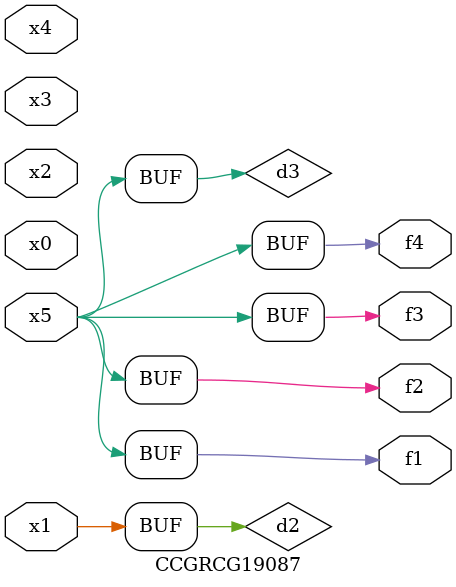
<source format=v>
module CCGRCG19087(
	input x0, x1, x2, x3, x4, x5,
	output f1, f2, f3, f4
);

	wire d1, d2, d3;

	not (d1, x5);
	or (d2, x1);
	xnor (d3, d1);
	assign f1 = d3;
	assign f2 = d3;
	assign f3 = d3;
	assign f4 = d3;
endmodule

</source>
